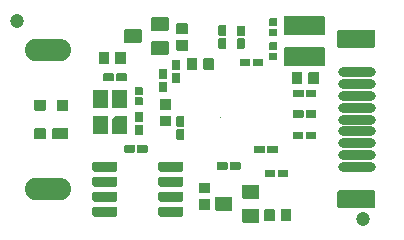
<source format=gbs>
G04 Layer: BottomSolderMaskLayer*
G04 EasyEDA Pro v1.8.39, 2022-10-27 11:15:30*
G04 Gerber Generator version 0.3*
G04 Scale: 100 percent, Rotated: No, Reflected: No*
G04 Dimensions in millimeters*
G04 Leading zeros omitted, absolute positions, 3 integers and 3 decimals*
%FSLAX33Y33*%
%MOMM*%
%ADD10C,0.00508*%
%ADD11O,3.899865X1.900885*%
%ADD12C,1.20396*%
%ADD13O,3.203199X0.803199*%
G75*


G04 Rect Start*
G36*
G01X18390Y9804D02*
G01X18390Y9801D01*
G01X18393D01*
G01Y9804D01*
G01X18390D01*
G37*
G54D10*
G01X18390Y9804D02*
G01X18390Y9801D01*
G01X18393D01*
G01Y9804D01*
G01X18390D01*
G04 Rect End*

G04 Pad Start*
G54D11*
G01X3896Y3750D03*
G01X3896Y15450D03*
G36*
G01X9639Y2223D02*
G01X7734Y2223D01*
G03X7633Y2121I0J-102D01*
G01Y1486D01*
G03X7734Y1384I102J0D01*
G01X9639D01*
G03X9741Y1486I0J102D01*
G01Y2121D01*
G03X9639Y2223I-102J0D01*
G37*
G36*
G01X9639Y3493D02*
G01X7734Y3493D01*
G03X7633Y3391I0J-102D01*
G01Y2756D01*
G03X7734Y2654I102J0D01*
G01X9639D01*
G03X9741Y2756I0J102D01*
G01Y3391D01*
G03X9639Y3493I-102J0D01*
G37*
G36*
G01X9639Y4763D02*
G01X7734Y4763D01*
G03X7633Y4661I0J-102D01*
G01Y4026D01*
G03X7734Y3924I102J0D01*
G01X9639D01*
G03X9741Y4026I0J102D01*
G01Y4661D01*
G03X9639Y4763I-102J0D01*
G37*
G36*
G01X9639Y6033D02*
G01X7734Y6033D01*
G03X7633Y5931I0J-102D01*
G01Y5296D01*
G03X7734Y5194I102J0D01*
G01X9639D01*
G03X9741Y5296I0J102D01*
G01Y5931D01*
G03X9639Y6033I-102J0D01*
G37*
G36*
G01X15227Y6033D02*
G01X13322Y6033D01*
G03X13221Y5931I0J-102D01*
G01Y5296D01*
G03X13322Y5194I102J0D01*
G01X15227D01*
G03X15329Y5296I0J102D01*
G01Y5931D01*
G03X15227Y6033I-102J0D01*
G37*
G36*
G01X15227Y4763D02*
G01X13322Y4763D01*
G03X13221Y4661I0J-102D01*
G01Y4026D01*
G03X13322Y3924I102J0D01*
G01X15227D01*
G03X15329Y4026I0J102D01*
G01Y4661D01*
G03X15227Y4763I-102J0D01*
G37*
G36*
G01X15227Y3493D02*
G01X13322Y3493D01*
G03X13221Y3391I0J-102D01*
G01Y2756D01*
G03X13322Y2654I102J0D01*
G01X15227D01*
G03X15329Y2756I0J102D01*
G01Y3391D01*
G03X15227Y3493I-102J0D01*
G37*
G36*
G01X15227Y2223D02*
G01X13322Y2223D01*
G03X13221Y2121I0J-102D01*
G01Y1486D01*
G03X13322Y1384I102J0D01*
G01X15227D01*
G03X15329Y1486I0J102D01*
G01Y2121D01*
G03X15227Y2223I-102J0D01*
G37*
G36*
G01X11215Y6842D02*
G01X11215Y7382D01*
G03X11165Y7433I-51J0D01*
G01X10375D01*
G03X10324Y7382I0J-51D01*
G01Y6842D01*
G03X10375Y6791I51J0D01*
G01X11165D01*
G03X11215Y6842I0J51D01*
G37*
G36*
G01X12306Y6842D02*
G01X12306Y7382D01*
G03X12255Y7433I-51J0D01*
G01X11465D01*
G03X11414Y7382I0J-51D01*
G01Y6842D01*
G03X11465Y6791I51J0D01*
G01X12255D01*
G03X12306Y6842I0J51D01*
G37*
G36*
G01X3660Y10373D02*
G01X3660Y11212D01*
G03X3609Y11262I-51J0D01*
G01X2771D01*
G03X2720Y11212I0J-51D01*
G01Y10373D01*
G03X2771Y10323I51J0D01*
G01X3609D01*
G03X3660Y10373I0J51D01*
G37*
G36*
G01X5560Y10373D02*
G01X5560Y11212D01*
G03X5509Y11262I-51J0D01*
G01X4671D01*
G03X4620Y11212I0J-51D01*
G01Y10373D01*
G03X4671Y10323I51J0D01*
G01X5509D01*
G03X5560Y10373I0J51D01*
G37*
G36*
G01X3660Y7991D02*
G01X3660Y8829D01*
G03X3609Y8880I-51J0D01*
G01X2771D01*
G03X2720Y8829I0J-51D01*
G01Y7991D01*
G03X2771Y7940I51J0D01*
G01X3609D01*
G03X3660Y7991I0J51D01*
G37*
G36*
G01X5538Y7991D02*
G01X5538Y8829D01*
G03X5487Y8880I-51J0D01*
G01X4293D01*
G03X4243Y8829I0J-51D01*
G01Y7991D01*
G03X4293Y7940I51J0D01*
G01X5487D01*
G03X5538Y7991I0J51D01*
G37*
G36*
G01X23206Y17300D02*
G01X22666Y17300D01*
G03X22615Y17249I0J-51D01*
G01Y16683D01*
G03X22666Y16633I51J0D01*
G01X23206D01*
G03X23257Y16683I0J51D01*
G01Y17249D01*
G03X23206Y17300I-51J0D01*
G37*
G36*
G01X23206Y18165D02*
G01X22666Y18165D01*
G03X22615Y18115I0J-51D01*
G01Y17549D01*
G03X22666Y17498I51J0D01*
G01X23206D01*
G03X23257Y17549I0J51D01*
G01Y18115D01*
G03X23206Y18165I-51J0D01*
G37*
G36*
G01X23206Y15268D02*
G01X22666Y15268D01*
G03X22615Y15217I0J-51D01*
G01Y14651D01*
G03X22666Y14601I51J0D01*
G01X23206D01*
G03X23257Y14651I0J51D01*
G01Y15217D01*
G03X23206Y15268I-51J0D01*
G37*
G36*
G01X23206Y16133D02*
G01X22666Y16133D01*
G03X22615Y16083I0J-51D01*
G01Y15517D01*
G03X22666Y15466I51J0D01*
G01X23206D01*
G03X23257Y15517I0J51D01*
G01Y16083D01*
G03X23206Y16133I-51J0D01*
G37*
G36*
G01X13859Y12804D02*
G01X13319Y12804D01*
G03X13268Y12753I0J-51D01*
G01Y11963D01*
G03X13319Y11912I51J0D01*
G01X13859D01*
G03X13910Y11963I0J51D01*
G01Y12753D01*
G03X13859Y12804I-51J0D01*
G37*
G36*
G01X13859Y13894D02*
G01X13319Y13894D01*
G03X13268Y13843I0J-51D01*
G01Y13053D01*
G03X13319Y13002I51J0D01*
G01X13859D01*
G03X13910Y13053I0J51D01*
G01Y13843D01*
G03X13859Y13894I-51J0D01*
G37*
G36*
G01X25492Y7985D02*
G01X25492Y8525D01*
G03X25441Y8576I-51J0D01*
G01X24651D01*
G03X24601Y8525I0J-51D01*
G01Y7985D01*
G03X24651Y7934I51J0D01*
G01X25441D01*
G03X25492Y7985I0J51D01*
G37*
G36*
G01X26582Y7985D02*
G01X26582Y8525D01*
G03X26532Y8576I-51J0D01*
G01X25742D01*
G03X25691Y8525I0J-51D01*
G01Y7985D01*
G03X25742Y7934I51J0D01*
G01X26532D01*
G03X26582Y7985I0J51D01*
G37*
G36*
G01X25504Y11541D02*
G01X25504Y12081D01*
G03X25453Y12132I-51J0D01*
G01X24663D01*
G03X24612Y12081I0J-51D01*
G01Y11541D01*
G03X24663Y11490I51J0D01*
G01X25453D01*
G03X25504Y11541I0J51D01*
G37*
G36*
G01X26594Y11541D02*
G01X26594Y12081D01*
G03X26543Y12132I-51J0D01*
G01X25753D01*
G03X25702Y12081I0J-51D01*
G01Y11541D01*
G03X25753Y11490I51J0D01*
G01X26543D01*
G03X26594Y11541I0J51D01*
G37*
G36*
G01X14792Y8989D02*
G01X15332Y8989D01*
G03X15383Y9040I0J51D01*
G01Y9830D01*
G03X15332Y9881I-51J0D01*
G01X14792D01*
G03X14741Y9830I0J-51D01*
G01Y9040D01*
G03X14792Y8989I51J0D01*
G37*
G36*
G01X14792Y7899D02*
G01X15332Y7899D01*
G03X15383Y7950I0J51D01*
G01Y8740D01*
G03X15332Y8791I-51J0D01*
G01X14792D01*
G03X14741Y8740I0J-51D01*
G01Y7950D01*
G03X14792Y7899I51J0D01*
G37*
G36*
G01X25702Y10328D02*
G01X25702Y9788D01*
G03X25753Y9738I51J0D01*
G01X26543D01*
G03X26594Y9788I0J51D01*
G01Y10328D01*
G03X26543Y10379I-51J0D01*
G01X25753D01*
G03X25702Y10328I0J-51D01*
G37*
G36*
G01X24612Y10328D02*
G01X24612Y9788D01*
G03X24663Y9738I51J0D01*
G01X25453D01*
G03X25504Y9788I0J51D01*
G01Y10328D01*
G03X25453Y10379I-51J0D01*
G01X24663D01*
G03X24612Y10328I0J-51D01*
G37*
G36*
G01X13970Y18288D02*
G01X12700Y18288D01*
G03X12598Y18186I0J-102D01*
G01Y17170D01*
G03X12700Y17069I102J0D01*
G01X13970D01*
G03X14072Y17170I0J102D01*
G01Y18186D01*
G03X13970Y18288I-102J0D01*
G37*
G36*
G01X13970Y16256D02*
G01X12700Y16256D01*
G03X12598Y16154I0J-102D01*
G01Y15138D01*
G03X12700Y15037I102J0D01*
G01X13970D01*
G03X14072Y15138I0J102D01*
G01Y16154D01*
G03X13970Y16256I-102J0D01*
G37*
G36*
G01X11684Y17272D02*
G01X10414Y17272D01*
G03X10312Y17170I0J-102D01*
G01Y16154D01*
G03X10414Y16053I102J0D01*
G01X11684D01*
G03X11786Y16154I0J102D01*
G01Y17170D01*
G03X11684Y17272I-102J0D01*
G37*
G36*
G01X21666Y4089D02*
G01X20396Y4089D01*
G03X20295Y3988I0J-102D01*
G01Y2972D01*
G03X20396Y2870I102J0D01*
G01X21666D01*
G03X21768Y2972I0J102D01*
G01Y3988D01*
G03X21666Y4089I-102J0D01*
G37*
G36*
G01X21666Y2057D02*
G01X20396Y2057D01*
G03X20295Y1956I0J-102D01*
G01Y940D01*
G03X20396Y838I102J0D01*
G01X21666D01*
G03X21768Y940I0J102D01*
G01Y1956D01*
G03X21666Y2057I-102J0D01*
G37*
G36*
G01X19380Y3073D02*
G01X18110Y3073D01*
G03X18009Y2972I0J-102D01*
G01Y1956D01*
G03X18110Y1854I102J0D01*
G01X19380D01*
G03X19482Y1956I0J102D01*
G01Y2972D01*
G03X19380Y3073I-102J0D01*
G37*
G36*
G01X14437Y13764D02*
G01X14977Y13764D01*
G03X15027Y13815I0J51D01*
G01Y14605D01*
G03X14977Y14656I-51J0D01*
G01X14437D01*
G03X14386Y14605I0J-51D01*
G01Y13815D01*
G03X14437Y13764I51J0D01*
G37*
G36*
G01X14437Y12674D02*
G01X14977Y12674D01*
G03X15027Y12725I0J51D01*
G01Y13515D01*
G03X14977Y13566I-51J0D01*
G01X14437D01*
G03X14386Y13515I0J-51D01*
G01Y12725D01*
G03X14437Y12674I51J0D01*
G37*
G36*
G01X21181Y14697D02*
G01X21181Y14157D01*
G03X21232Y14106I51J0D01*
G01X22022D01*
G03X22073Y14157I0J51D01*
G01Y14697D01*
G03X22022Y14748I-51J0D01*
G01X21232D01*
G03X21181Y14697I0J-51D01*
G37*
G36*
G01X20091Y14697D02*
G01X20091Y14157D01*
G03X20142Y14106I51J0D01*
G01X20932D01*
G03X20983Y14157I0J51D01*
G01Y14697D01*
G03X20932Y14748I-51J0D01*
G01X20142D01*
G03X20091Y14697I0J-51D01*
G37*
G36*
G01X19078Y5394D02*
G01X19078Y5934D01*
G03X19027Y5985I-51J0D01*
G01X18237D01*
G03X18186Y5934I0J-51D01*
G01Y5394D01*
G03X18237Y5343I51J0D01*
G01X19027D01*
G03X19078Y5394I0J51D01*
G37*
G36*
G01X20168Y5394D02*
G01X20168Y5934D01*
G03X20117Y5985I-51J0D01*
G01X19327D01*
G03X19276Y5934I0J-51D01*
G01Y5394D01*
G03X19327Y5343I51J0D01*
G01X20117D01*
G03X20168Y5394I0J51D01*
G37*
G36*
G01X20463Y16473D02*
G01X19923Y16473D01*
G03X19872Y16422I0J-51D01*
G01Y15632D01*
G03X19923Y15582I51J0D01*
G01X20463D01*
G03X20514Y15632I0J51D01*
G01Y16422D01*
G03X20463Y16473I-51J0D01*
G37*
G36*
G01X20463Y17563D02*
G01X19923Y17563D01*
G03X19872Y17513I0J-51D01*
G01Y16723D01*
G03X19923Y16672I51J0D01*
G01X20463D01*
G03X20514Y16723I0J51D01*
G01Y17513D01*
G03X20463Y17563I-51J0D01*
G37*
G36*
G01X18888Y16487D02*
G01X18348Y16487D01*
G03X18297Y16436I0J-51D01*
G01Y15646D01*
G03X18348Y15595I51J0D01*
G01X18888D01*
G03X18939Y15646I0J51D01*
G01Y16436D01*
G03X18888Y16487I-51J0D01*
G37*
G36*
G01X18888Y17577D02*
G01X18348Y17577D01*
G03X18297Y17526I0J-51D01*
G01Y16736D01*
G03X18348Y16685I51J0D01*
G01X18888D01*
G03X18939Y16736I0J51D01*
G01Y17526D01*
G03X18888Y17577I-51J0D01*
G37*
G36*
G01X11827Y11483D02*
G01X11287Y11483D01*
G03X11236Y11432I0J-51D01*
G01Y10867D01*
G03X11287Y10816I51J0D01*
G01X11827D01*
G03X11878Y10867I0J51D01*
G01Y11432D01*
G03X11827Y11483I-51J0D01*
G37*
G36*
G01X11827Y12349D02*
G01X11287Y12349D01*
G03X11236Y12298I0J-51D01*
G01Y11732D01*
G03X11287Y11682I51J0D01*
G01X11827D01*
G03X11878Y11732I0J51D01*
G01Y12298D01*
G03X11827Y12349I-51J0D01*
G37*
G54D12*
G01X30556Y1143D03*
G01X1219Y17932D03*
G36*
G01X14224Y9936D02*
G01X13360Y9936D01*
G03X13309Y9886I0J-51D01*
G01Y9086D01*
G03X13360Y9035I51J0D01*
G01X14224D01*
G03X14275Y9086I0J51D01*
G01Y9886D01*
G03X14224Y9936I-51J0D01*
G37*
G36*
G01X14224Y11336D02*
G01X13360Y11336D01*
G03X13309Y11285I0J-51D01*
G01Y10485D01*
G03X13360Y10434I51J0D01*
G01X14224D01*
G03X14275Y10485I0J51D01*
G01Y11285D01*
G03X14224Y11336I-51J0D01*
G37*
G36*
G01X23918Y16758D02*
G01X27238Y16758D01*
G03X27288Y16808I0J51D01*
G01Y18310D01*
G03X27238Y18360I-51J0D01*
G01X23918D01*
G03X23867Y18310I0J-51D01*
G01Y16808D01*
G03X23918Y16758I51J0D01*
G37*
G36*
G01X23918Y14101D02*
G01X27238Y14101D01*
G03X27288Y14152I0J51D01*
G01Y15653D01*
G03X27238Y15704I-51J0D01*
G01X23918D01*
G03X23867Y15653I0J-51D01*
G01Y14152D01*
G03X23918Y14101I51J0D01*
G37*
G36*
G01X17013Y14732D02*
G01X17013Y13868D01*
G03X17064Y13817I51J0D01*
G01X17864D01*
G03X17915Y13868I0J51D01*
G01Y14732D01*
G03X17864Y14783I-51J0D01*
G01X17064D01*
G03X17013Y14732I0J-51D01*
G37*
G36*
G01X15613Y14732D02*
G01X15613Y13868D01*
G03X15664Y13817I51J0D01*
G01X16464D01*
G03X16515Y13868I0J51D01*
G01Y14732D01*
G03X16464Y14783I-51J0D01*
G01X15664D01*
G03X15613Y14732I0J-51D01*
G37*
G54D13*
G01X30000Y9600D03*
G01X30000Y5600D03*
G01X30000Y7600D03*
G01X30000Y11600D03*
G01X30000Y13600D03*
G01X30000Y6600D03*
G01X30000Y8600D03*
G01X30000Y10600D03*
G01X30000Y12600D03*
G36*
G01X28476Y2097D02*
G01X31476Y2097D01*
G03X31578Y2199I0J102D01*
G01Y3499D01*
G03X31476Y3601I-102J0D01*
G01X28476D01*
G03X28374Y3499I0J-102D01*
G01Y2199D01*
G03X28476Y2097I102J0D01*
G37*
G36*
G01X28463Y15698D02*
G01X31463Y15698D01*
G03X31565Y15800I0J102D01*
G01Y17100D01*
G03X31463Y17202I-102J0D01*
G01X28463D01*
G03X28361Y17100I0J-102D01*
G01Y15800D01*
G03X28463Y15698I102J0D01*
G37*
G36*
G01X10493Y12086D02*
G01X9294Y12086D01*
G03X9244Y12036I0J-50D01*
G01Y10636D01*
G03X9294Y10586I50J0D01*
G01X10493D01*
G03X10543Y10636I0J50D01*
G01Y12036D01*
G03X10493Y12086I-50J0D01*
G37*
G36*
G01X8893Y9886D02*
G01X7694Y9886D01*
G03X7644Y9836I0J-50D01*
G01Y8437D01*
G03X7694Y8387I50J0D01*
G01X8893D01*
G03X8943Y8437I0J50D01*
G01Y9836D01*
G03X8893Y9886I-50J0D01*
G37*
G36*
G01X8893Y12086D02*
G01X7694Y12086D01*
G03X7644Y12036I0J-50D01*
G01Y10636D01*
G03X7694Y10586I50J0D01*
G01X8893D01*
G03X8943Y10636I0J50D01*
G01Y12036D01*
G03X8893Y12086I-50J0D01*
G37*
G36*
G01X22227Y6791D02*
G01X22227Y7331D01*
G03X22177Y7382I-51J0D01*
G01X21386D01*
G03X21336Y7331I0J-51D01*
G01Y6791D01*
G03X21386Y6740I51J0D01*
G01X22177D01*
G03X22227Y6791I0J51D01*
G37*
G36*
G01X23318Y6791D02*
G01X23318Y7331D01*
G03X23267Y7382I-51J0D01*
G01X22477D01*
G03X22426Y7331I0J-51D01*
G01Y6791D01*
G03X22477Y6740I51J0D01*
G01X23267D01*
G03X23318Y6791I0J51D01*
G37*
G36*
G01X25405Y12656D02*
G01X25405Y13556D01*
G03X25354Y13607I-51J0D01*
G01X24554D01*
G03X24503Y13556I0J-51D01*
G01Y12656D01*
G03X24554Y12606I51J0D01*
G01X25354D01*
G03X25405Y12656I0J51D01*
G37*
G36*
G01X26805Y12656D02*
G01X26805Y13556D01*
G03X26754Y13607I-51J0D01*
G01X25954D01*
G03X25903Y13556I0J-51D01*
G01Y12656D01*
G03X25954Y12606I51J0D01*
G01X26754D01*
G03X26805Y12656I0J51D01*
G37*
G36*
G01X11287Y9370D02*
G01X11827Y9370D01*
G03X11878Y9421I0J51D01*
G01Y10211D01*
G03X11827Y10262I-51J0D01*
G01X11287D01*
G03X11236Y10211I0J-51D01*
G01Y9421D01*
G03X11287Y9370I51J0D01*
G37*
G36*
G01X11287Y8280D02*
G01X11827Y8280D01*
G03X11878Y8331I0J51D01*
G01Y9121D01*
G03X11827Y9172I-51J0D01*
G01X11287D01*
G03X11236Y9121I0J-51D01*
G01Y8331D01*
G03X11287Y8280I51J0D01*
G37*
G36*
G01X15665Y16337D02*
G01X14765Y16337D01*
G03X14714Y16286I0J-51D01*
G01Y15486D01*
G03X14765Y15435I51J0D01*
G01X15665D01*
G03X15715Y15486I0J51D01*
G01Y16286D01*
G03X15665Y16337I-51J0D01*
G37*
G36*
G01X15665Y17737D02*
G01X14765Y17737D01*
G03X14714Y17686I0J-51D01*
G01Y16886D01*
G03X14765Y16835I51J0D01*
G01X15665D01*
G03X15715Y16886I0J51D01*
G01Y17686D01*
G03X15665Y17737I-51J0D01*
G37*
G36*
G01X23116Y4759D02*
G01X23116Y5299D01*
G03X23066Y5350I-51J0D01*
G01X22275D01*
G03X22225Y5299I0J-51D01*
G01Y4759D01*
G03X22275Y4708I51J0D01*
G01X23066D01*
G03X23116Y4759I0J51D01*
G37*
G36*
G01X24207Y4759D02*
G01X24207Y5299D01*
G03X24156Y5350I-51J0D01*
G01X23366D01*
G03X23315Y5299I0J-51D01*
G01Y4759D01*
G03X23366Y4708I51J0D01*
G01X24156D01*
G03X24207Y4759I0J51D01*
G37*
G36*
G01X23068Y1049D02*
G01X23068Y1949D01*
G03X23017Y1999I-51J0D01*
G01X22217D01*
G03X22166Y1949I0J-51D01*
G01Y1049D01*
G03X22217Y998I51J0D01*
G01X23017D01*
G03X23068Y1049I0J51D01*
G37*
G36*
G01X24468Y1049D02*
G01X24468Y1949D01*
G03X24417Y1999I-51J0D01*
G01X23617D01*
G03X23566Y1949I0J-51D01*
G01Y1049D01*
G03X23617Y998I51J0D01*
G01X24417D01*
G03X24468Y1049I0J51D01*
G37*
G36*
G01X9650Y13453D02*
G01X9650Y12913D01*
G03X9700Y12862I51J0D01*
G01X10491D01*
G03X10541Y12913I0J51D01*
G01Y13453D01*
G03X10491Y13503I-51J0D01*
G01X9700D01*
G03X9650Y13453I0J-51D01*
G37*
G36*
G01X8559Y13453D02*
G01X8559Y12913D01*
G03X8610Y12862I51J0D01*
G01X9400D01*
G03X9451Y12913I0J51D01*
G01Y13453D01*
G03X9400Y13503I-51J0D01*
G01X8610D01*
G03X8559Y13453I0J-51D01*
G37*
G36*
G01X9058Y14358D02*
G01X9058Y15258D01*
G03X9008Y15309I-51J0D01*
G01X8208D01*
G03X8157Y15258I0J-51D01*
G01Y14358D01*
G03X8208Y14307I51J0D01*
G01X9008D01*
G03X9058Y14358I0J51D01*
G37*
G36*
G01X10458Y14358D02*
G01X10458Y15258D01*
G03X10408Y15309I-51J0D01*
G01X9608D01*
G03X9557Y15258I0J-51D01*
G01Y14358D01*
G03X9608Y14307I51J0D01*
G01X10408D01*
G03X10458Y14358I0J51D01*
G37*
G36*
G01X17570Y2850D02*
G01X16670Y2850D01*
G03X16619Y2799I0J-51D01*
G01Y1999D01*
G03X16670Y1948I51J0D01*
G01X17570D01*
G03X17620Y1999I0J51D01*
G01Y2799D01*
G03X17570Y2850I-51J0D01*
G37*
G36*
G01X17570Y4250D02*
G01X16670Y4250D01*
G03X16619Y4199I0J-51D01*
G01Y3399D01*
G03X16670Y3348I51J0D01*
G01X17570D01*
G03X17620Y3399I0J51D01*
G01Y4199D01*
G03X17570Y4250I-51J0D01*
G37*
G36*
G01X9294Y8385D02*
G02X9244Y8435I0J50D01*
G01Y9535D01*
G02X9258Y9571I50J0D01*
G01X9558Y9870D01*
G02X9594Y9885I35J-35D01*
G01X10493D01*
G02X10543Y9835I0J-50D01*
G01Y8435D01*
G02X10493Y8385I-50J0D01*
G01X9294D01*
G37*
G04 Pad End*

M02*

</source>
